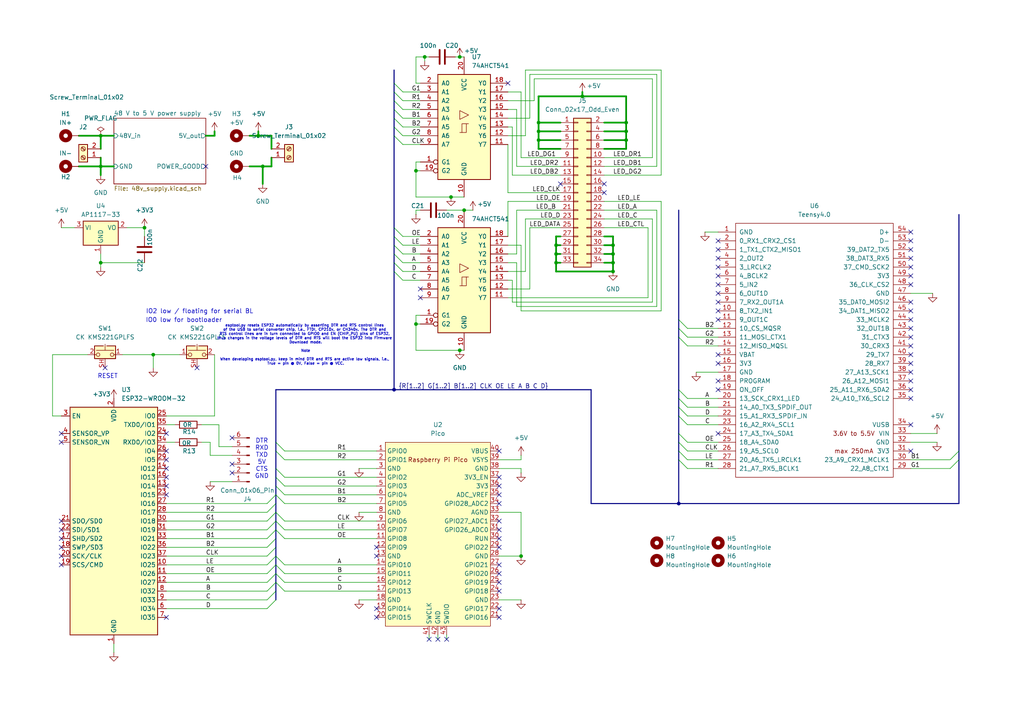
<source format=kicad_sch>
(kicad_sch (version 20231120) (generator "eeschema") (generator_version "8.0")
  (paper "A4")
  (junction (at 196.85 146.05))
  (junction (at 114.3 113.03))
  (junction (at 133.35 16.51))
  (junction (at 156.21 35.56))
  (junction (at 168.91 27.94))
  (junction (at 181.61 35.56))
  (junction (at 120.65 49.53))
  (junction (at 44.45 102.87))
  (junction (at 177.8 73.66))
  (junction (at 76.2 48.26))
  (junction (at 130.81 57.15))
  (junction (at 29.21 76.2))
  (junction (at 74.93 39.37))
  (junction (at 156.21 38.1))
  (junction (at 123.19 16.51))
  (junction (at 161.29 73.66))
  (junction (at 134.62 60.96))
  (junction (at 161.29 76.2))
  (junction (at 29.21 48.26))
  (junction (at 177.8 78.74))
  (junction (at 177.8 76.2))
  (junction (at 41.91 66.04))
  (junction (at 133.35 101.6))
  (junction (at 156.21 40.64))
  (junction (at 120.65 93.98))
  (junction (at 181.61 40.64))
  (junction (at 151.13 161.29))
  (junction (at 177.8 71.12))
  (junction (at 29.21 39.37))
  (junction (at 161.29 71.12))
  (junction (at 181.61 38.1))
  (no_connect (at 144.78 151.13))
  (no_connect (at 264.16 87.63))
  (no_connect (at 264.16 102.87))
  (no_connect (at 175.26 55.88))
  (no_connect (at 264.16 90.17))
  (no_connect (at 144.78 171.45))
  (no_connect (at 109.22 176.53))
  (no_connect (at 144.78 176.53))
  (no_connect (at 17.78 125.73))
  (no_connect (at 264.16 97.79))
  (no_connect (at 144.78 130.81))
  (no_connect (at 67.31 134.62))
  (no_connect (at 264.16 77.47))
  (no_connect (at 264.16 105.41))
  (no_connect (at 208.28 113.03))
  (no_connect (at 17.78 163.83))
  (no_connect (at 67.31 137.16))
  (no_connect (at 121.92 83.82))
  (no_connect (at 121.92 86.36))
  (no_connect (at 59.69 48.26))
  (no_connect (at 144.78 163.83))
  (no_connect (at 48.26 140.97))
  (no_connect (at 48.26 135.89))
  (no_connect (at 48.26 143.51))
  (no_connect (at 208.28 72.39))
  (no_connect (at 264.16 115.57))
  (no_connect (at 264.16 67.31))
  (no_connect (at 144.78 158.75))
  (no_connect (at 57.15 106.68))
  (no_connect (at 17.78 161.29))
  (no_connect (at 30.48 106.68))
  (no_connect (at 264.16 72.39))
  (no_connect (at 144.78 146.05))
  (no_connect (at 109.22 158.75))
  (no_connect (at 48.26 138.43))
  (no_connect (at 208.28 90.17))
  (no_connect (at 208.28 125.73))
  (no_connect (at 144.78 138.43))
  (no_connect (at 48.26 133.35))
  (no_connect (at 264.16 95.25))
  (no_connect (at 208.28 77.47))
  (no_connect (at 162.56 53.34))
  (no_connect (at 48.26 130.81))
  (no_connect (at 48.26 125.73))
  (no_connect (at 144.78 140.97))
  (no_connect (at 208.28 85.09))
  (no_connect (at 264.16 113.03))
  (no_connect (at 208.28 80.01))
  (no_connect (at 264.16 92.71))
  (no_connect (at 264.16 74.93))
  (no_connect (at 264.16 69.85))
  (no_connect (at 67.31 127))
  (no_connect (at 264.16 110.49))
  (no_connect (at 208.28 102.87))
  (no_connect (at 144.78 168.91))
  (no_connect (at 264.16 82.55))
  (no_connect (at 109.22 161.29))
  (no_connect (at 109.22 179.07))
  (no_connect (at 264.16 123.19))
  (no_connect (at 17.78 153.67))
  (no_connect (at 129.54 185.42))
  (no_connect (at 144.78 153.67))
  (no_connect (at 208.28 82.55))
  (no_connect (at 264.16 130.81))
  (no_connect (at 264.16 107.95))
  (no_connect (at 264.16 80.01))
  (no_connect (at 175.26 53.34))
  (no_connect (at 208.28 87.63))
  (no_connect (at 208.28 110.49))
  (no_connect (at 208.28 74.93))
  (no_connect (at 17.78 128.27))
  (no_connect (at 17.78 156.21))
  (no_connect (at 144.78 179.07))
  (no_connect (at 144.78 166.37))
  (no_connect (at 144.78 156.21))
  (no_connect (at 124.46 185.42))
  (no_connect (at 17.78 158.75))
  (no_connect (at 208.28 69.85))
  (no_connect (at 17.78 151.13))
  (no_connect (at 208.28 92.71))
  (no_connect (at 208.28 105.41))
  (no_connect (at 264.16 100.33))
  (no_connect (at 144.78 143.51))
  (no_connect (at 48.26 179.07))
  (no_connect (at 127 185.42))
  (no_connect (at 147.32 24.13))
  (bus_entry (at 80.01 146.05) (size -2.54 2.54))
  (bus_entry (at 114.3 26.67) (size 2.54 2.54))
  (bus_entry (at 80.01 130.81) (size 2.54 2.54))
  (bus_entry (at 196.85 95.25) (size 2.54 2.54))
  (bus_entry (at 114.3 24.13) (size 2.54 2.54))
  (bus_entry (at 278.13 130.81) (size -2.54 2.54))
  (bus_entry (at 114.3 73.66) (size 2.54 2.54))
  (bus_entry (at 196.85 133.35) (size 2.54 2.54))
  (bus_entry (at 114.3 31.75) (size 2.54 2.54))
  (bus_entry (at 114.3 68.58) (size 2.54 2.54))
  (bus_entry (at 196.85 92.71) (size 2.54 2.54))
  (bus_entry (at 80.01 163.83) (size -2.54 2.54))
  (bus_entry (at 80.01 151.13) (size -2.54 2.54))
  (bus_entry (at 80.01 168.91) (size 2.54 2.54))
  (bus_entry (at 196.85 115.57) (size 2.54 2.54))
  (bus_entry (at 80.01 148.59) (size 2.54 2.54))
  (bus_entry (at 196.85 113.03) (size 2.54 2.54))
  (bus_entry (at 196.85 120.65) (size 2.54 2.54))
  (bus_entry (at 196.85 97.79) (size 2.54 2.54))
  (bus_entry (at 196.85 125.73) (size 2.54 2.54))
  (bus_entry (at 80.01 171.45) (size -2.54 2.54))
  (bus_entry (at 114.3 39.37) (size 2.54 2.54))
  (bus_entry (at 196.85 118.11) (size 2.54 2.54))
  (bus_entry (at 114.3 71.12) (size 2.54 2.54))
  (bus_entry (at 80.01 148.59) (size -2.54 2.54))
  (bus_entry (at 114.3 29.21) (size 2.54 2.54))
  (bus_entry (at 114.3 34.29) (size 2.54 2.54))
  (bus_entry (at 80.01 128.27) (size 2.54 2.54))
  (bus_entry (at 114.3 78.74) (size 2.54 2.54))
  (bus_entry (at 80.01 163.83) (size 2.54 2.54))
  (bus_entry (at 80.01 161.29) (size 2.54 2.54))
  (bus_entry (at 80.01 153.67) (size -2.54 2.54))
  (bus_entry (at 80.01 166.37) (size 2.54 2.54))
  (bus_entry (at 80.01 168.91) (size -2.54 2.54))
  (bus_entry (at 80.01 158.75) (size -2.54 2.54))
  (bus_entry (at 278.13 133.35) (size -2.54 2.54))
  (bus_entry (at 80.01 143.51) (size 2.54 2.54))
  (bus_entry (at 80.01 153.67) (size 2.54 2.54))
  (bus_entry (at 114.3 66.04) (size 2.54 2.54))
  (bus_entry (at 196.85 130.81) (size 2.54 2.54))
  (bus_entry (at 80.01 138.43) (size 2.54 2.54))
  (bus_entry (at 80.01 135.89) (size 2.54 2.54))
  (bus_entry (at 114.3 36.83) (size 2.54 2.54))
  (bus_entry (at 80.01 156.21) (size -2.54 2.54))
  (bus_entry (at 114.3 76.2) (size 2.54 2.54))
  (bus_entry (at 80.01 151.13) (size 2.54 2.54))
  (bus_entry (at 80.01 161.29) (size -2.54 2.54))
  (bus_entry (at 80.01 173.99) (size -2.54 2.54))
  (bus_entry (at 80.01 166.37) (size -2.54 2.54))
  (bus_entry (at 80.01 143.51) (size -2.54 2.54))
  (bus_entry (at 80.01 140.97) (size 2.54 2.54))
  (bus_entry (at 196.85 128.27) (size 2.54 2.54))
  (wire (pts (xy 144.78 148.59) (xy 151.13 148.59)))
  (wire (pts (xy 154.94 22.86) (xy 189.23 22.86)))
  (bus (pts (xy 80.01 146.05) (xy 80.01 148.59)))
  (wire (pts (xy 48.26 148.59) (xy 77.47 148.59)))
  (bus (pts (xy 114.3 29.21) (xy 114.3 31.75)))
  (wire (pts (xy 168.91 26.67) (xy 168.91 27.94)) (stroke (width 0.5)))
  (bus (pts (xy 114.3 66.04) (xy 114.3 68.58)))
  (wire (pts (xy 29.21 45.72) (xy 29.21 48.26)) (stroke (width 0.5)))
  (bus (pts (xy 196.85 130.81) (xy 196.85 133.35)))
  (wire (pts (xy 127 184.15) (xy 127 185.42)))
  (wire (pts (xy 121.92 91.44) (xy 120.65 91.44)))
  (wire (pts (xy 264.16 85.09) (xy 270.51 85.09)))
  (wire (pts (xy 121.92 24.13) (xy 120.65 24.13)))
  (bus (pts (xy 196.85 120.65) (xy 196.85 125.73)))
  (wire (pts (xy 120.65 60.96) (xy 120.65 62.23)))
  (wire (pts (xy 147.32 29.21) (xy 154.94 29.21)))
  (wire (pts (xy 152.4 63.5) (xy 162.56 63.5)))
  (wire (pts (xy 147.32 55.88) (xy 162.56 55.88)))
  (wire (pts (xy 151.13 135.89) (xy 151.13 137.16)))
  (wire (pts (xy 120.65 46.99) (xy 120.65 49.53)))
  (bus (pts (xy 80.01 138.43) (xy 80.01 140.97)))
  (wire (pts (xy 116.84 76.2) (xy 121.92 76.2)))
  (bus (pts (xy 114.3 113.03) (xy 80.01 113.03)))
  (wire (pts (xy 48.26 151.13) (xy 77.47 151.13)))
  (bus (pts (xy 196.85 92.71) (xy 196.85 95.25)))
  (wire (pts (xy 78.74 45.72) (xy 78.74 48.26)) (stroke (width 0.5)))
  (wire (pts (xy 156.21 27.94) (xy 168.91 27.94)) (stroke (width 0.5)))
  (wire (pts (xy 161.29 78.74) (xy 177.8 78.74)) (stroke (width 0.5)))
  (wire (pts (xy 82.55 163.83) (xy 109.22 163.83)))
  (wire (pts (xy 149.86 31.75) (xy 149.86 48.26)))
  (wire (pts (xy 154.94 29.21) (xy 154.94 22.86)))
  (wire (pts (xy 161.29 76.2) (xy 162.56 76.2)) (stroke (width 0.5)))
  (wire (pts (xy 82.55 140.97) (xy 109.22 140.97)))
  (wire (pts (xy 204.47 67.31) (xy 208.28 67.31)))
  (wire (pts (xy 199.39 123.19) (xy 208.28 123.19)))
  (wire (pts (xy 152.4 20.32) (xy 191.77 20.32)))
  (wire (pts (xy 48.26 146.05) (xy 77.47 146.05)))
  (wire (pts (xy 264.16 128.27) (xy 271.78 128.27)))
  (wire (pts (xy 25.4 102.87) (xy 15.24 102.87)))
  (wire (pts (xy 156.21 43.18) (xy 162.56 43.18)) (stroke (width 0.5)))
  (wire (pts (xy 116.84 41.91) (xy 121.92 41.91)))
  (wire (pts (xy 74.93 38.1) (xy 74.93 39.37)) (stroke (width 0.5)))
  (wire (pts (xy 201.93 107.95) (xy 208.28 107.95)))
  (wire (pts (xy 123.19 17.78) (xy 123.19 16.51)))
  (wire (pts (xy 116.84 36.83) (xy 121.92 36.83)))
  (wire (pts (xy 161.29 68.58) (xy 161.29 71.12)) (stroke (width 0.5)))
  (wire (pts (xy 147.32 39.37) (xy 152.4 39.37)))
  (wire (pts (xy 153.67 83.82) (xy 153.67 66.04)))
  (wire (pts (xy 147.32 36.83) (xy 148.59 36.83)))
  (bus (pts (xy 196.85 125.73) (xy 196.85 128.27)))
  (wire (pts (xy 48.26 120.65) (xy 62.23 120.65)))
  (wire (pts (xy 175.26 38.1) (xy 181.61 38.1)) (stroke (width 0.5)))
  (wire (pts (xy 82.55 153.67) (xy 109.22 153.67)))
  (wire (pts (xy 175.26 68.58) (xy 177.8 68.58)) (stroke (width 0.5)))
  (bus (pts (xy 114.3 31.75) (xy 114.3 34.29)))
  (wire (pts (xy 175.26 43.18) (xy 181.61 43.18)) (stroke (width 0.5)))
  (wire (pts (xy 120.65 93.98) (xy 120.65 101.6)))
  (bus (pts (xy 114.3 73.66) (xy 114.3 76.2)))
  (bus (pts (xy 171.45 146.05) (xy 196.85 146.05)))
  (wire (pts (xy 147.32 31.75) (xy 149.86 31.75)))
  (bus (pts (xy 80.01 130.81) (xy 80.01 135.89)))
  (wire (pts (xy 199.39 115.57) (xy 208.28 115.57)))
  (wire (pts (xy 48.26 163.83) (xy 77.47 163.83)))
  (wire (pts (xy 190.5 21.59) (xy 190.5 48.26)))
  (wire (pts (xy 181.61 27.94) (xy 181.61 35.56)) (stroke (width 0.5)))
  (wire (pts (xy 78.74 48.26) (xy 76.2 48.26)) (stroke (width 0.5)))
  (wire (pts (xy 149.86 48.26) (xy 162.56 48.26)))
  (wire (pts (xy 72.39 48.26) (xy 76.2 48.26)) (stroke (width 0.5)))
  (bus (pts (xy 196.85 60.96) (xy 196.85 92.71)))
  (wire (pts (xy 58.42 128.27) (xy 60.96 128.27)))
  (wire (pts (xy 41.91 66.04) (xy 41.91 68.58)))
  (wire (pts (xy 189.23 22.86) (xy 189.23 45.72)))
  (wire (pts (xy 21.59 66.04) (xy 17.78 66.04)))
  (wire (pts (xy 148.59 81.28) (xy 148.59 87.63)))
  (wire (pts (xy 151.13 148.59) (xy 151.13 161.29)))
  (wire (pts (xy 116.84 39.37) (xy 121.92 39.37)))
  (wire (pts (xy 175.26 66.04) (xy 187.96 66.04)))
  (bus (pts (xy 114.3 113.03) (xy 171.45 113.03)))
  (wire (pts (xy 48.26 153.67) (xy 77.47 153.67)))
  (wire (pts (xy 199.39 133.35) (xy 208.28 133.35)))
  (wire (pts (xy 82.55 168.91) (xy 109.22 168.91)))
  (wire (pts (xy 147.32 86.36) (xy 187.96 86.36)))
  (bus (pts (xy 196.85 115.57) (xy 196.85 118.11)))
  (bus (pts (xy 80.01 135.89) (xy 80.01 138.43)))
  (wire (pts (xy 149.86 60.96) (xy 162.56 60.96)))
  (wire (pts (xy 181.61 40.64) (xy 181.61 43.18)) (stroke (width 0.5)))
  (wire (pts (xy 120.65 16.51) (xy 123.19 16.51)))
  (wire (pts (xy 199.39 118.11) (xy 208.28 118.11)))
  (wire (pts (xy 134.62 60.96) (xy 137.16 60.96)))
  (wire (pts (xy 264.16 125.73) (xy 271.78 125.73)))
  (wire (pts (xy 33.02 186.69) (xy 33.02 189.23)))
  (bus (pts (xy 80.01 153.67) (xy 80.01 156.21)))
  (wire (pts (xy 175.26 76.2) (xy 177.8 76.2)) (stroke (width 0.5)))
  (wire (pts (xy 120.65 91.44) (xy 120.65 93.98)))
  (bus (pts (xy 114.3 26.67) (xy 114.3 29.21)))
  (wire (pts (xy 120.65 57.15) (xy 130.81 57.15)))
  (wire (pts (xy 156.21 27.94) (xy 156.21 35.56)) (stroke (width 0.5)))
  (wire (pts (xy 124.46 184.15) (xy 124.46 185.42)))
  (wire (pts (xy 63.5 123.19) (xy 63.5 129.54)))
  (bus (pts (xy 80.01 151.13) (xy 80.01 153.67)))
  (wire (pts (xy 129.54 184.15) (xy 129.54 185.42)))
  (wire (pts (xy 147.32 73.66) (xy 149.86 73.66)))
  (wire (pts (xy 151.13 133.35) (xy 151.13 132.08)))
  (wire (pts (xy 104.14 173.99) (xy 109.22 173.99)))
  (bus (pts (xy 114.3 34.29) (xy 114.3 36.83)))
  (wire (pts (xy 264.16 135.89) (xy 275.59 135.89)))
  (wire (pts (xy 41.91 76.2) (xy 29.21 76.2)))
  (wire (pts (xy 130.81 57.15) (xy 134.62 57.15)))
  (wire (pts (xy 82.55 171.45) (xy 109.22 171.45)))
  (bus (pts (xy 80.01 168.91) (xy 80.01 171.45)))
  (wire (pts (xy 175.26 48.26) (xy 190.5 48.26)))
  (wire (pts (xy 22.86 39.37) (xy 29.21 39.37)) (stroke (width 0.5)))
  (bus (pts (xy 114.3 24.13) (xy 114.3 26.67)))
  (wire (pts (xy 120.65 93.98) (xy 121.92 93.98)))
  (wire (pts (xy 148.59 36.83) (xy 148.59 50.8)))
  (wire (pts (xy 149.86 88.9) (xy 190.5 88.9)))
  (wire (pts (xy 153.67 66.04) (xy 162.56 66.04)))
  (wire (pts (xy 22.86 48.26) (xy 29.21 48.26)) (stroke (width 0.5)))
  (wire (pts (xy 149.86 76.2) (xy 149.86 88.9)))
  (wire (pts (xy 162.56 68.58) (xy 161.29 68.58)) (stroke (width 0.5)))
  (wire (pts (xy 48.26 158.75) (xy 77.47 158.75)))
  (wire (pts (xy 104.14 135.89) (xy 109.22 135.89)))
  (wire (pts (xy 199.39 97.79) (xy 208.28 97.79)))
  (wire (pts (xy 151.13 90.17) (xy 191.77 90.17)))
  (bus (pts (xy 196.85 128.27) (xy 196.85 130.81)))
  (wire (pts (xy 156.21 40.64) (xy 156.21 43.18)) (stroke (width 0.5)))
  (wire (pts (xy 151.13 26.67) (xy 151.13 45.72)))
  (wire (pts (xy 144.78 135.89) (xy 151.13 135.89)))
  (wire (pts (xy 44.45 102.87) (xy 44.45 106.68)))
  (bus (pts (xy 278.13 130.81) (xy 278.13 133.35)))
  (bus (pts (xy 196.85 133.35) (xy 196.85 146.05)))
  (wire (pts (xy 48.26 176.53) (xy 77.47 176.53)))
  (wire (pts (xy 177.8 76.2) (xy 177.8 78.74)) (stroke (width 0.5)))
  (wire (pts (xy 156.21 35.56) (xy 162.56 35.56)) (stroke (width 0.5)))
  (bus (pts (xy 80.01 156.21) (xy 80.01 158.75)))
  (wire (pts (xy 149.86 73.66) (xy 149.86 60.96)))
  (bus (pts (xy 114.3 71.12) (xy 114.3 73.66)))
  (wire (pts (xy 82.55 133.35) (xy 109.22 133.35)))
  (wire (pts (xy 189.23 87.63) (xy 189.23 63.5)))
  (wire (pts (xy 29.21 48.26) (xy 29.21 50.8)) (stroke (width 0.5)))
  (wire (pts (xy 147.32 34.29) (xy 153.67 34.29)))
  (wire (pts (xy 60.96 128.27) (xy 60.96 132.08)))
  (wire (pts (xy 181.61 35.56) (xy 181.61 38.1)) (stroke (width 0.5)))
  (wire (pts (xy 58.42 123.19) (xy 63.5 123.19)))
  (wire (pts (xy 60.96 139.7) (xy 67.31 139.7)))
  (wire (pts (xy 78.74 43.18) (xy 78.74 39.37)) (stroke (width 0.5)))
  (wire (pts (xy 133.35 101.6) (xy 134.62 101.6)))
  (wire (pts (xy 15.24 102.87) (xy 15.24 120.65)))
  (wire (pts (xy 123.19 16.51) (xy 124.46 16.51)))
  (wire (pts (xy 181.61 38.1) (xy 181.61 40.64)) (stroke (width 0.5)))
  (bus (pts (xy 80.01 128.27) (xy 80.01 130.81)))
  (wire (pts (xy 116.84 34.29) (xy 121.92 34.29)))
  (bus (pts (xy 196.85 118.11) (xy 196.85 120.65)))
  (bus (pts (xy 80.01 143.51) (xy 80.01 146.05)))
  (wire (pts (xy 156.21 40.64) (xy 162.56 40.64)) (stroke (width 0.5)))
  (wire (pts (xy 116.84 71.12) (xy 121.92 71.12)))
  (wire (pts (xy 147.32 81.28) (xy 148.59 81.28)))
  (wire (pts (xy 199.39 95.25) (xy 208.28 95.25)))
  (wire (pts (xy 199.39 135.89) (xy 208.28 135.89)))
  (wire (pts (xy 62.23 39.37) (xy 62.23 38.1)) (stroke (width 0.5)))
  (wire (pts (xy 168.91 27.94) (xy 181.61 27.94)) (stroke (width 0.5)))
  (wire (pts (xy 156.21 35.56) (xy 156.21 38.1)) (stroke (width 0.5)))
  (wire (pts (xy 147.32 68.58) (xy 147.32 58.42)))
  (wire (pts (xy 144.78 133.35) (xy 151.13 133.35)))
  (wire (pts (xy 82.55 156.21) (xy 109.22 156.21)))
  (wire (pts (xy 161.29 73.66) (xy 162.56 73.66)) (stroke (width 0.5)))
  (wire (pts (xy 151.13 71.12) (xy 151.13 90.17)))
  (wire (pts (xy 175.26 63.5) (xy 189.23 63.5)))
  (wire (pts (xy 44.45 102.87) (xy 52.07 102.87)))
  (wire (pts (xy 133.35 16.51) (xy 134.62 16.51)))
  (bus (pts (xy 80.01 171.45) (xy 80.01 173.99)))
  (bus (pts (xy 196.85 97.79) (xy 196.85 113.03)))
  (wire (pts (xy 48.26 161.29) (xy 77.47 161.29)))
  (bus (pts (xy 278.13 62.23) (xy 278.13 130.81)))
  (wire (pts (xy 82.55 151.13) (xy 109.22 151.13)))
  (wire (pts (xy 175.26 73.66) (xy 177.8 73.66)) (stroke (width 0.5)))
  (wire (pts (xy 147.32 78.74) (xy 152.4 78.74)))
  (wire (pts (xy 153.67 34.29) (xy 153.67 21.59)))
  (bus (pts (xy 80.01 166.37) (xy 80.01 168.91)))
  (wire (pts (xy 63.5 129.54) (xy 67.31 129.54)))
  (wire (pts (xy 76.2 48.26) (xy 76.2 53.34)) (stroke (width 0.5)))
  (wire (pts (xy 147.32 26.67) (xy 151.13 26.67)))
  (wire (pts (xy 175.26 60.96) (xy 190.5 60.96)))
  (wire (pts (xy 82.55 138.43) (xy 109.22 138.43)))
  (bus (pts (xy 114.3 20.32) (xy 114.3 24.13)))
  (wire (pts (xy 175.26 71.12) (xy 177.8 71.12)) (stroke (width 0.5)))
  (wire (pts (xy 161.29 71.12) (xy 162.56 71.12)) (stroke (width 0.5)))
  (wire (pts (xy 82.55 130.81) (xy 109.22 130.81)))
  (wire (pts (xy 147.32 76.2) (xy 149.86 76.2)))
  (wire (pts (xy 121.92 46.99) (xy 120.65 46.99)))
  (wire (pts (xy 36.83 66.04) (xy 41.91 66.04)))
  (wire (pts (xy 62.23 120.65) (xy 62.23 102.87)))
  (bus (pts (xy 114.3 68.58) (xy 114.3 71.12)))
  (wire (pts (xy 199.39 100.33) (xy 208.28 100.33)))
  (wire (pts (xy 199.39 128.27) (xy 208.28 128.27)))
  (bus (pts (xy 114.3 39.37) (xy 114.3 66.04)))
  (wire (pts (xy 161.29 71.12) (xy 161.29 73.66)) (stroke (width 0.5)))
  (wire (pts (xy 35.56 102.87) (xy 44.45 102.87)))
  (wire (pts (xy 161.29 76.2) (xy 161.29 78.74)) (stroke (width 0.5)))
  (wire (pts (xy 175.26 40.64) (xy 181.61 40.64)) (stroke (width 0.5)))
  (wire (pts (xy 48.26 166.37) (xy 77.47 166.37)))
  (wire (pts (xy 120.65 24.13) (xy 120.65 16.51)))
  (wire (pts (xy 199.39 130.81) (xy 208.28 130.81)))
  (wire (pts (xy 161.29 73.66) (xy 161.29 76.2)) (stroke (width 0.5)))
  (wire (pts (xy 72.39 39.37) (xy 74.93 39.37)) (stroke (width 0.5)))
  (wire (pts (xy 147.32 83.82) (xy 153.67 83.82)))
  (wire (pts (xy 156.21 38.1) (xy 162.56 38.1)) (stroke (width 0.5)))
  (wire (pts (xy 199.39 120.65) (xy 208.28 120.65)))
  (wire (pts (xy 148.59 87.63) (xy 189.23 87.63)))
  (wire (pts (xy 120.65 101.6) (xy 133.35 101.6)))
  (wire (pts (xy 175.26 35.56) (xy 181.61 35.56)) (stroke (width 0.5)))
  (wire (pts (xy 191.77 20.32) (xy 191.77 50.8)))
  (wire (pts (xy 175.26 58.42) (xy 191.77 58.42)))
  (wire (pts (xy 29.21 76.2) (xy 29.21 77.47)))
  (wire (pts (xy 82.55 166.37) (xy 109.22 166.37)))
  (bus (pts (xy 80.01 113.03) (xy 80.01 128.27)))
  (wire (pts (xy 175.26 45.72) (xy 189.23 45.72)))
  (wire (pts (xy 116.84 78.74) (xy 121.92 78.74)))
  (wire (pts (xy 48.26 128.27) (xy 50.8 128.27)))
  (wire (pts (xy 60.96 132.08) (xy 67.31 132.08)))
  (wire (pts (xy 116.84 31.75) (xy 121.92 31.75)))
  (wire (pts (xy 144.78 161.29) (xy 151.13 161.29)))
  (wire (pts (xy 129.54 60.96) (xy 134.62 60.96)))
  (wire (pts (xy 177.8 71.12) (xy 177.8 73.66)) (stroke (width 0.5)))
  (wire (pts (xy 116.84 81.28) (xy 121.92 81.28)))
  (wire (pts (xy 152.4 78.74) (xy 152.4 63.5)))
  (wire (pts (xy 175.26 50.8) (xy 191.77 50.8)))
  (wire (pts (xy 190.5 88.9) (xy 190.5 60.96)))
  (bus (pts (xy 80.01 163.83) (xy 80.01 166.37)))
  (wire (pts (xy 59.69 39.37) (xy 62.23 39.37)) (stroke (width 0.5)))
  (wire (pts (xy 116.84 26.67) (xy 121.92 26.67)))
  (wire (pts (xy 74.93 39.37) (xy 78.74 39.37)) (stroke (width 0.5)))
  (wire (pts (xy 177.8 68.58) (xy 177.8 71.12)) (stroke (width 0.5)))
  (wire (pts (xy 144.78 173.99) (xy 151.13 173.99)))
  (wire (pts (xy 264.16 133.35) (xy 275.59 133.35)))
  (bus (pts (xy 114.3 76.2) (xy 114.3 78.74)))
  (bus (pts (xy 114.3 36.83) (xy 114.3 39.37)))
  (wire (pts (xy 152.4 39.37) (xy 152.4 20.32)))
  (bus (pts (xy 196.85 113.03) (xy 196.85 115.57)))
  (wire (pts (xy 29.21 48.26) (xy 33.02 48.26)) (stroke (width 0.5)))
  (bus (pts (xy 80.01 148.59) (xy 80.01 151.13)))
  (wire (pts (xy 29.21 76.2) (xy 29.21 73.66)))
  (wire (pts (xy 156.21 38.1) (xy 156.21 40.64)) (stroke (width 0.5)))
  (bus (pts (xy 196.85 146.05) (xy 278.13 146.05)))
  (wire (pts (xy 153.67 21.59) (xy 190.5 21.59)))
  (bus (pts (xy 80.01 158.75) (xy 80.01 161.29)))
  (wire (pts (xy 147.32 55.88) (xy 147.32 41.91)))
  (bus (pts (xy 114.3 78.74) (xy 114.3 113.03)))
  (wire (pts (xy 177.8 73.66) (xy 177.8 76.2)) (stroke (width 0.5)))
  (wire (pts (xy 148.59 50.8) (xy 162.56 50.8)))
  (wire (pts (xy 147.32 58.42) (xy 162.56 58.42)))
  (wire (pts (xy 151.13 45.72) (xy 162.56 45.72)))
  (wire (pts (xy 29.21 39.37) (xy 29.21 43.18)) (stroke (width 0.5)))
  (wire (pts (xy 187.96 86.36) (xy 187.96 66.04)))
  (wire (pts (xy 48.26 173.99) (xy 77.47 173.99)))
  (wire (pts (xy 48.26 168.91) (xy 77.47 168.91)))
  (bus (pts (xy 171.45 113.03) (xy 171.45 146.05)))
  (wire (pts (xy 104.14 148.59) (xy 109.22 148.59)))
  (wire (pts (xy 116.84 29.21) (xy 121.92 29.21)))
  (bus (pts (xy 80.01 140.97) (xy 80.01 143.51)))
  (wire (pts (xy 147.32 71.12) (xy 151.13 71.12)))
  (wire (pts (xy 48.26 156.21) (xy 77.47 156.21)))
  (wire (pts (xy 82.55 143.51) (xy 109.22 143.51)))
  (bus (pts (xy 278.13 133.35) (xy 278.13 146.05)))
  (wire (pts (xy 191.77 90.17) (xy 191.77 58.42)))
  (wire (pts (xy 116.84 73.66) (xy 121.92 73.66)))
  (wire (pts (xy 121.92 60.96) (xy 120.65 60.96)))
  (bus (pts (xy 196.85 95.25) (xy 196.85 97.79)))
  (wire (pts (xy 48.26 123.19) (xy 50.8 123.19)))
  (wire (pts (xy 29.21 39.37) (xy 33.02 39.37)) (stroke (width 0.5)))
  (wire (pts (xy 48.26 171.45) (xy 77.47 171.45)))
  (wire (pts (xy 15.24 120.65) (xy 17.78 120.65)))
  (wire (pts (xy 120.65 49.53) (xy 120.65 57.15)))
  (bus (pts (xy 80.01 161.29) (xy 80.01 163.83)))
  (wire (pts (xy 116.84 68.58) (xy 121.92 68.58)))
  (wire (pts (xy 132.08 16.51) (xy 133.35 16.51)))
  (wire (pts (xy 82.55 146.05) (xy 109.22 146.05)))
  (wire (pts (xy 120.65 49.53) (xy 121.92 49.53)))
  (text "DTR\nRXD\nTXD\n5V\nCTS\nGND" (at 75.946 133.096 0) (effects (font (size 1.27 1.27))))
  (text "IO0 low for bootloader" (at 53.34 92.964 0) (effects (font (size 1.27 1.27))))
  (text "IO2 low / floating for serial BL\n" (at 57.912 90.424 0) (effects (font (size 1.27 1.27))))
  (text "esptool.py resets ESP32 automatically by asserting DTR and RTS control lines \nof the USB to serial converter chip, i.e., FTDI, CP210x, or CH340x. The DTR and \nRTS control lines are in turn connected to GPIO0 and EN (CHIP_PU) pins of ESP32, \nthus changes in the voltage levels of DTR and RTS will boot the ESP32 into Firmware \nDownload mode.\n\nNote\n\nWhen developing esptool.py, keep in mind DTR and RTS are active low signals, i.e., \nTrue = pin @ 0V, False = pin @ VCC." (at 88.646 100.076 0) (effects (font (size 0.762 0.762))))
  (text "RESET\n" (at 31.242 109.22 0) (effects (font (size 1.27 1.27))))
  (label "B2" (at 119.38 36.83 0))
  (label "D" (at 59.69 176.53 0))
  (label "R1" (at 119.38 29.21 0))
  (label "A" (at 59.69 168.91 0))
  (label "G2" (at 204.47 97.79 0))
  (label "LED_CLK" (at 162.56 55.88 180))
  (label "B2" (at 59.69 158.75 0))
  (label "LED_OE" (at 162.56 58.42 180))
  (label "LED_DB2" (at 153.67 50.8 0))
  (label "B" (at 97.79 166.37 0))
  (label "D" (at 97.79 171.45 0))
  (label "LED_C" (at 179.07 63.5 0))
  (label "LED_DG1" (at 161.29 45.72 180))
  (label "B" (at 204.47 118.11 0))
  (label "A" (at 204.47 115.57 0))
  (label "D" (at 204.47 120.65 0))
  (label "LED_LE" (at 179.07 58.42 0))
  (label "OE" (at 204.47 128.27 0))
  (label "OE" (at 119.38 68.58 0))
  (label "LED_A" (at 179.07 60.96 0))
  (label "CLK" (at 97.79 151.13 0))
  (label "B1" (at 264.16 133.35 0))
  (label "LE" (at 119.38 71.12 0))
  (label "B1" (at 119.38 34.29 0))
  (label "A" (at 119.38 76.2 0))
  (label "LE" (at 59.69 163.83 0))
  (label "LED_DB1" (at 177.8 48.26 0))
  (label "LED_DATA" (at 162.56 66.04 180))
  (label "CLK" (at 59.69 161.29 0))
  (label "G1" (at 97.79 138.43 0))
  (label "R1" (at 97.79 130.81 0))
  (label "CLK" (at 119.38 41.91 0))
  (label "G2" (at 97.79 140.97 0))
  (label "CLK" (at 204.47 130.81 0))
  (label "LED_DR1" (at 177.8 45.72 0))
  (label "B1" (at 59.69 156.21 0))
  (label "G1" (at 59.69 151.13 0))
  (label "R2" (at 97.79 133.35 0))
  (label "G2" (at 119.38 39.37 0))
  (label "R1" (at 204.47 135.89 0))
  (label "OE" (at 97.79 156.21 0))
  (label "C" (at 204.47 123.19 0))
  (label "G2" (at 59.69 153.67 0))
  (label "B1" (at 97.79 143.51 0))
  (label "A" (at 97.79 163.83 0))
  (label "LE" (at 204.47 133.35 0))
  (label "R2" (at 204.47 100.33 0))
  (label "B2" (at 97.79 146.05 0))
  (label "LED_DR2" (at 153.67 48.26 0))
  (label "R1" (at 59.69 146.05 0))
  (label "{R[1..2] G[1..2] B[1..2] CLK OE LE A B C D}" (at 115.57 113.03 0))
  (label "R2" (at 59.69 148.59 0))
  (label "C" (at 59.69 173.99 0))
  (label "G1" (at 264.16 135.89 0))
  (label "C" (at 119.38 81.28 0))
  (label "OE" (at 59.69 166.37 0))
  (label "LED_B" (at 161.29 60.96 180))
  (label "LED_CTL" (at 179.07 66.04 0))
  (label "B" (at 59.69 171.45 0))
  (label "C" (at 97.79 168.91 0))
  (label "B" (at 119.38 73.66 0))
  (label "LE" (at 97.79 153.67 0))
  (label "D" (at 119.38 78.74 0))
  (label "LED_DG2" (at 177.8 50.8 0))
  (label "LED_D" (at 162.56 63.5 180))
  (label "G1" (at 119.38 26.67 0))
  (label "R2" (at 119.38 31.75 0))
  (label "B2" (at 204.47 95.25 0))
  (symbol (lib_id "Mechanical:MountingHole_Pad") (at 20.32 48.26 90) (unit 1) (exclude_from_sim yes) (in_bom no)
    (property "Reference" "H2" (at 19.05 51.308 90))
    (property "Value" "IN-" (at 19.05 44.45 90))
    (property "Footprint" "MountingHole:MountingHole_2.2mm_M2_DIN965_Pad" (effects (hide yes)))
    (property "Description" "Mounting Hole with connection" (effects (hide yes)))
    (property "DK" "-" (effects (hide yes)))
  )
  (symbol (lib_id "Switch:CK_KMS2xxGP") (at 30.48 102.87 0) (mirror y) (unit 1)
    (property "Reference" "SW1" (at 30.48 95.25 0))
    (property "Value" "CK KMS221GPLFS" (at 30.48 97.79 0))
    (property "Footprint" "Button_Switch_SMD:SW_SPST_CK_KMS2xxGP" (effects (hide yes)))
    (property "Datasheet" "https://www.ckswitches.com/media/1482/kms.pdf" (effects (hide yes)))
    (property "Description" "Microminiature SMT Side Actuated, 4.2 x 2.8 x 1.42mm, with pegs, with shield pin" (effects (hide yes)))
    (property "DK" "401-1614-1-ND" (effects (hide yes)))
  )
  (symbol (lib_id "Mechanical:MountingHole_Pad") (at 69.85 48.26 90) (unit 1) (exclude_from_sim yes) (in_bom no)
    (property "Reference" "H4" (at 68.834 51.562 90))
    (property "Value" "GND" (at 68.58 44.45 90))
    (property "Footprint" "MountingHole:MountingHole_2.2mm_M2_DIN965_Pad" (effects (hide yes)))
    (property "Description" "Mounting Hole with connection" (effects (hide yes)))
    (property "DK" "-" (effects (hide yes)))
  )
  (symbol (lib_id "Mechanical:MountingHole_Pad") (at 20.32 39.37 90) (unit 1) (exclude_from_sim yes) (in_bom no)
    (property "Reference" "H1" (at 19.05 33.02 90))
    (property "Value" "IN+" (at 19.05 35.56 90))
    (property "Footprint" "MountingHole:MountingHole_2.2mm_M2_DIN965_Pad" (effects (hide yes)))
    (property "Description" "Mounting Hole with connection" (effects (hide yes)))
    (property "DK" "-" (effects (hide yes)))
  )
  (symbol (lib_id "power:+5V") (at 151.13 132.08 0) (unit 1)
    (property "Reference" "#PWR026" (effects (hide yes)))
    (property "Value" "+5V" (at 151.13 127 0))
    (property "Description" "Power symbol creates a global label with name \"+5V\"" (effects (hide yes)))
  )
  (symbol (lib_id "power:GND") (at 204.47 67.31 0) (unit 1)
    (property "Reference" "#PWR042" (effects (hide yes)))
    (property "Value" "GND" (effects (hide yes)))
    (property "Description" "Power symbol creates a global label with name \"GND\" , ground" (effects (hide yes)))
  )
  (symbol (lib_id "power:GND") (at 123.19 17.78 0) (unit 1)
    (property "Reference" "#PWR025" (effects (hide yes)))
    (property "Value" "GND" (effects (hide yes)))
    (property "Description" "Power symbol creates a global label with name \"GND\" , ground" (effects (hide yes)))
  )
  (symbol (lib_id "power:+5V") (at 168.91 26.67 0) (unit 1)
    (property "Reference" "#PWR023" (effects (hide yes)))
    (property "Value" "+5V" (at 172.212 24.892 0))
    (property "Description" "Power symbol creates a global label with name \"+5V\"" (effects (hide yes)))
  )
  (symbol (lib_id "74xx:74AHCT541") (at 134.62 81.28 0) (unit 1)
    (property "Reference" "U8" (effects (hide yes)))
    (property "Value" "74AHCT541" (at 136.8141 63.5 0) (effects (justify left)))
    (property "Footprint" "Package_SO:SOIC-20W_7.5x12.8mm_P1.27mm" (effects (hide yes)))
    (property "Datasheet" "https://www.ti.com/lit/ds/symlink/sn74ahct541.pdf" (effects (hide yes)))
    (property "Description" "8-bit Buffer/Line Driver 3-state outputs" (effects (hide yes)))
    (property "DK" "296-4754-1-ND" (effects (hide yes)))
  )
  (symbol (lib_id "power:GND") (at 133.35 101.6 0) (unit 1)
    (property "Reference" "#PWR021" (effects (hide yes)))
    (property "Value" "GND" (at 133.35 106.68 0))
    (property "Description" "Power symbol creates a global label with name \"GND\" , ground" (effects (hide yes)))
  )
  (symbol (lib_id "Mechanical:MountingHole_Pad") (at 69.85 39.37 90) (unit 1) (exclude_from_sim yes) (in_bom no)
    (property "Reference" "H3" (at 68.58 33.02 90))
    (property "Value" "+5V" (at 68.58 35.56 90))
    (property "Footprint" "MountingHole:MountingHole_2.2mm_M2_DIN965_Pad" (effects (hide yes)))
    (property "Description" "Mounting Hole with connection" (effects (hide yes)))
    (property "DK" "-" (effects (hide yes)))
  )
  (symbol (lib_id "Regulator_Linear:AP1117-50") (at 29.21 66.04 0) (unit 1)
    (property "Reference" "U4" (at 29.21 59.69 0))
    (property "Value" "AP1117-33" (at 29.21 62.23 0))
    (property "Footprint" "Package_TO_SOT_SMD:SOT-223-3_TabPin2" (effects (hide yes)))
    (property "Datasheet" "http://www.diodes.com/datasheets/AP1117.pdf" (effects (hide yes)))
    (property "Description" "1A Low Dropout regulator, positive, 5.0V fixed output, SOT-223" (effects (hide yes)))
    (property "DK" "AZ1117CH-3.3TRG1DICT-ND" (effects (hide yes)))
  )
  (symbol (lib_id "power:GND") (at 76.2 53.34 0) (unit 1)
    (property "Reference" "#PWR017" (effects (hide yes)))
    (property "Value" "GND" (at 76.2 58.42 0))
    (property "Description" "Power symbol creates a global label with name \"GND\" , ground" (effects (hide yes)))
  )
  (symbol (lib_id "Switch:CK_KMS2xxGP") (at 57.15 102.87 0) (unit 1)
    (property "Reference" "SW2" (at 57.15 95.25 0))
    (property "Value" "CK KMS221GPLFS" (at 57.15 97.79 0))
    (property "Footprint" "Button_Switch_SMD:SW_SPST_CK_KMS2xxGP" (effects (hide yes)))
    (property "Datasheet" "https://www.ckswitches.com/media/1482/kms.pdf" (effects (hide yes)))
    (property "Description" "Microminiature SMT Side Actuated, 4.2 x 2.8 x 1.42mm, with pegs, with shield pin" (effects (hide yes)))
    (property "DK" "401-1614-1-ND" (effects (hide yes)))
  )
  (symbol (lib_id "power:+5V") (at 271.78 125.73 0) (unit 1)
    (property "Reference" "#PWR038" (effects (hide yes)))
    (property "Value" "+5V" (at 271.78 120.65 0))
    (property "Description" "Power symbol creates a global label with name \"+5V\"" (effects (hide yes)))
  )
  (symbol (lib_id "power:+5V") (at 62.23 38.1 0) (unit 1)
    (property "Reference" "#PWR018" (effects (hide yes)))
    (property "Value" "+5V" (at 62.23 33.02 0))
    (property "Description" "Power symbol creates a global label with name \"+5V\"" (effects (hide yes)))
  )
  (symbol (lib_id "Connector:Screw_Terminal_01x02") (at 24.13 45.72 180) (unit 1)
    (property "Reference" "J2" (at 24.13 36.83 0))
    (property "Value" "Screw_Terminal_01x02" (at 25.146 28.194 0))
    (property "Footprint" "Connector_Samtec_HPM_THT:Samtec_HPM-02-01-x-S_Straight_1x02_Pitch5.08mm" (effects (hide yes)))
    (property "Description" "Generic screw terminal, single row, 01x02, script generated (kicad-library-utils/schlib/autogen/connector/)" (effects (hide yes)))
    (property "DK" "-" (effects (hide yes)))
  )
  (symbol (lib_id "power:GND") (at 60.96 139.7 0) (unit 1)
    (property "Reference" "#PWR044" (effects (hide yes)))
    (property "Value" "GND" (effects (hide yes)))
    (property "Description" "Power symbol creates a global label with name \"GND\" , ground" (effects (hide yes)))
  )
  (symbol (lib_id "Connector_Generic:Conn_02x17_Odd_Even") (at 167.64 55.88 0) (unit 1)
    (property "Reference" "J5" (at 168.91 29.21 0))
    (property "Value" "Conn_02x17_Odd_Even" (at 168.91 31.75 0))
    (property "Footprint" "Connector_PinSocket_2.54mm:PinSocket_2x17_P2.54mm_Vertical" (effects (hide yes)))
    (property "Description" "Generic connector, double row, 02x17, odd/even pin numbering scheme (row 1 odd numbers, row 2 even numbers), script generated (kicad-library-utils/schlib/autogen/connector/)" (effects (hide yes)))
    (property "DK" "-" (effects (hide yes)))
  )
  (symbol (lib_id "power:GND") (at 29.21 50.8 0) (unit 1)
    (property "Reference" "#PWR016" (effects (hide yes)))
    (property "Value" "GND" (at 29.21 55.88 0))
    (property "Description" "Power symbol creates a global label with name \"GND\" , ground" (effects (hide yes)))
  )
  (symbol (lib_id "power:GND") (at 44.45 106.68 0) (unit 1)
    (property "Reference" "#PWR043" (effects (hide yes)))
    (property "Value" "GND" (effects (hide yes)))
    (property "Description" "Power symbol creates a global label with name \"GND\" , ground" (effects (hide yes)))
  )
  (symbol (lib_id "power:PWR_FLAG") (at 29.21 39.37 0) (unit 1)
    (property "Reference" "#FLG02" (effects (hide yes)))
    (property "Value" "PWR_FLAG" (at 29.21 34.29 0))
    (property "Description" "Special symbol for telling ERC where power comes from" (effects (hide yes)))
  )
  (symbol (lib_id "power:+5V") (at 17.78 66.04 0) (unit 1)
    (property "Reference" "#PWR027" (effects (hide yes)))
    (property "Value" "+5V" (at 17.78 60.96 0))
    (property "Description" "Power symbol creates a global label with name \"+5V\"" (effects (hide yes)))
  )
  (symbol (lib_id "Connector:Screw_Terminal_01x02") (at 83.82 45.72 0) (mirror x) (unit 1)
    (property "Reference" "J3" (at 83.82 36.83 0))
    (property "Value" "Screw_Terminal_01x02" (at 83.82 39.37 0))
    (property "Footprint" "Connector_Samtec_HPM_THT:Samtec_HPM-02-01-x-S_Straight_1x02_Pitch5.08mm" (effects (hide yes)))
    (property "Description" "Generic screw terminal, single row, 01x02, script generated (kicad-library-utils/schlib/autogen/connector/)" (effects (hide yes)))
    (property "DK" "-" (effects (hide yes)))
  )
  (symbol (lib_id "MCU_RaspberryPi_and_Boards:Pico") (at 127 154.94 0) (unit 1)
    (property "Reference" "U2" (at 127 123.19 0))
    (property "Value" "Pico" (at 127 125.73 0))
    (property "Footprint" "MCU_RaspberryPi_and_Boards:RPi_Pico_SMD_TH" (effects (hide yes)))
    (property "DK" "2648-SC0917-ND" (effects (hide yes)))
  )
  (symbol (lib_id "Mechanical:MountingHole") (at 208.28 162.56 0) (unit 1) (exclude_from_sim yes) (in_bom no)
    (property "Reference" "H6" (at 210.82 161.2899 0) (effects (justify left)))
    (property "Value" "MountingHole" (at 210.82 163.8299 0) (effects (justify left)))
    (property "Footprint" "MountingHole:MountingHole_3.2mm_M3" (effects (hide yes)))
    (property "Description" "Mounting Hole without connection" (effects (hide yes)))
    (property "DK" "-" (effects (hide yes)))
  )
  (symbol (lib_id "power:GND") (at 177.8 78.74 0) (unit 1)
    (property "Reference" "#PWR024" (effects (hide yes)))
    (property "Value" "GND" (at 177.8 83.82 0))
    (property "Description" "Power symbol creates a global label with name \"GND\" , ground" (effects (hide yes)))
  )
  (symbol (lib_id "power:GND") (at 104.14 135.89 0) (unit 1)
    (property "Reference" "#PWR034" (effects (hide yes)))
    (property "Value" "GND" (effects (hide yes)))
    (property "Description" "Power symbol creates a global label with name \"GND\" , ground" (effects (hide yes)))
  )
  (symbol (lib_id "Device:C") (at 128.27 16.51 90) (unit 1)
    (property "Reference" "C20" (at 131.064 13.208 90))
    (property "Value" "100n" (at 124.206 13.208 90))
    (property "Footprint" "Capacitor_SMD:C_0603_1608Metric" (effects (hide yes)))
    (property "Description" "Unpolarized capacitor" (effects (hide yes)))
    (property "DK" "1276-1006-1-ND" (effects (hide yes)))
  )
  (symbol (lib_id "power:GND") (at 201.93 107.95 0) (unit 1)
    (property "Reference" "#PWR040" (effects (hide yes)))
    (property "Value" "GND" (effects (hide yes)))
    (property "Description" "Power symbol creates a global label with name \"GND\" , ground" (effects (hide yes)))
  )
  (symbol (lib_id "power:GND") (at 270.51 85.09 0) (unit 1)
    (property "Reference" "#PWR041" (effects (hide yes)))
    (property "Value" "GND" (effects (hide yes)))
    (property "Description" "Power symbol creates a global label with name \"GND\" , ground" (effects (hide yes)))
  )
  (symbol (lib_id "power:GND") (at 120.65 62.23 0) (unit 1)
    (property "Reference" "#PWR022" (effects (hide yes)))
    (property "Value" "GND" (effects (hide yes)))
    (property "Description" "Power symbol creates a global label with name \"GND\" , ground" (effects (hide yes)))
  )
  (symbol (lib_id "power:GND") (at 151.13 161.29 0) (unit 1)
    (property "Reference" "#PWR037" (effects (hide yes)))
    (property "Value" "GND" (effects (hide yes)))
    (property "Description" "Power symbol creates a global label with name \"GND\" , ground" (effects (hide yes)))
  )
  (symbol (lib_id "power:GND") (at 29.21 77.47 0) (unit 1)
    (property "Reference" "#PWR029" (effects (hide yes)))
    (property "Value" "GND" (effects (hide yes)))
    (property "Description" "Power symbol creates a global label with name \"GND\" , ground" (effects (hide yes)))
  )
  (symbol (lib_id "power:+3V3") (at 41.91 66.04 0) (unit 1)
    (property "Reference" "#PWR028" (effects (hide yes)))
    (property "Value" "+3V3" (at 41.91 60.96 0))
    (property "Description" "Power symbol creates a global label with name \"+3V3\"" (effects (hide yes)))
  )
  (symbol (lib_id "power:+5V") (at 74.93 38.1 0) (unit 1)
    (property "Reference" "#PWR019" (effects (hide yes)))
    (property "Value" "+5V" (at 74.93 33.02 0))
    (property "Description" "Power symbol creates a global label with name \"+5V\"" (effects (hide yes)))
  )
  (symbol (lib_id "Device:C") (at 125.73 60.96 90) (unit 1)
    (property "Reference" "C21" (at 121.158 59.69 90))
    (property "Value" "100n" (at 129.286 62.484 90))
    (property "Footprint" "Capacitor_SMD:C_0603_1608Metric" (effects (hide yes)))
    (property "Description" "Unpolarized capacitor" (effects (hide yes)))
    (property "DK" "1276-1006-1-ND" (effects (hide yes)))
  )
  (symbol (lib_id "power:GND") (at 130.81 57.15 0) (unit 1)
    (property "Reference" "#PWR020" (effects (hide yes)))
    (property "Value" "GND" (effects (hide yes)))
    (property "Description" "Power symbol creates a global label with name \"GND\" , ground" (effects (hide yes)))
  )
  (symbol (lib_id "power:+3V3") (at 33.02 115.57 0) (unit 1)
    (property "Reference" "#PWR030" (effects (hide yes)))
    (property "Value" "+3V3" (at 29.464 114.3 0))
    (property "Description" "Power symbol creates a global label with name \"+3V3\"" (effects (hide yes)))
  )
  (symbol (lib_id "Device:R") (at 54.61 123.19 90) (unit 1)
    (property "Reference" "R14" (at 54.864 125.222 90))
    (property "Value" "0R" (at 54.356 123.19 90))
    (property "Footprint" "Resistor_SMD:R_0603_1608Metric" (effects (hide yes)))
    (property "Description" "Resistor" (effects (hide yes)))
    (property "DK" "541-0.0GCT-ND" (effects (hide yes)))
  )
  (symbol (lib_id "Device:C") (at 41.91 72.39 180) (unit 1)
    (property "Reference" "C22" (at 40.64 76.962 90))
    (property "Value" "100n" (at 43.434 68.834 90))
    (property "Footprint" "Capacitor_SMD:C_0603_1608Metric" (effects (hide yes)))
    (property "Description" "Unpolarized capacitor" (effects (hide yes)))
    (property "DK" "1276-1006-1-ND" (effects (hide yes)))
  )
  (symbol (lib_id "power:GND") (at 271.78 128.27 0) (unit 1)
    (property "Reference" "#PWR039" (effects (hide yes)))
    (property "Value" "GND" (effects (hide yes)))
    (property "Description" "Power symbol creates a global label with name \"GND\" , ground" (effects (hide yes)))
  )
  (symbol (lib_id "power:GND") (at 151.13 137.16 0) (unit 1)
    (property "Reference" "#PWR032" (effects (hide yes)))
    (property "Value" "GND" (effects (hide yes)))
    (property "Description" "Power symbol creates a global label with name \"GND\" , ground" (effects (hide yes)))
  )
  (symbol (lib_id "power:GND") (at 151.13 173.99 0) (unit 1)
    (property "Reference" "#PWR036" (effects (hide yes)))
    (property "Value" "GND" (effects (hide yes)))
    (property "Description" "Power symbol creates a global label with name \"GND\" , ground" (effects (hide yes)))
  )
  (symbol (lib_id "power:GND") (at 33.02 189.23 0) (unit 1)
    (property "Reference" "#PWR031" (effects (hide yes)))
    (property "Value" "GND" (effects (hide yes)))
    (property "Description" "Power symbol creates a global label with name \"GND\" , ground" (effects (hide yes)))
  )
  (symbol (lib_id "74xx:74AHCT541") (at 134.62 36.83 0) (unit 1)
    (property "Reference" "U7" (at 136.8141 16.51 0) (effects (justify left)))
    (property "Value" "74AHCT541" (at 136.8141 19.05 0) (effects (justify left)))
    (property "Footprint" "Package_SO:SOIC-20W_7.5x12.8mm_P1.27mm" (effects (hide yes)))
    (property "Datasheet" "https://www.ti.com/lit/ds/symlink/sn74ahct541.pdf" (effects (hide yes)))
    (property "Description" "8-bit Buffer/Line Driver 3-state outputs" (effects (hide yes)))
    (property "DK" "296-4754-1-ND" (effects (hide yes)))
  )
  (symbol (lib_id "power:GND") (at 104.14 148.59 0) (unit 1)
    (property "Reference" "#PWR033" (effects (hide yes)))
    (property "Value" "GND" (effects (hide yes)))
    (property "Description" "Power symbol creates a global label with name \"GND\" , ground" (effects (hide yes)))
  )
  (symbol (lib_id "Mechanical:MountingHole") (at 208.28 157.48 0) (unit 1) (exclude_from_sim yes) (in_bom no)
    (property "Reference" "H5" (at 210.82 156.2099 0) (effects (justify left)))
    (property "Value" "MountingHole" (at 210.82 158.7499 0) (effects (justify left)))
    (property "Footprint" "MountingHole:MountingHole_3.2mm_M3" (effects (hide yes)))
    (property "Description" "Mounting Hole without connection" (effects (hide yes)))
    (property "DK" "-" (effects (hide yes)))
  )
  (symbol (lib_id "RF_Module:ESP32-WROOM-32") (at 33.02 151.13 0) (unit 1)
    (property "Reference" "U3" (at 35.2141 113.03 0) (effects (justify left)))
    (property "Value" "ESP32-WROOM-32" (at 35.2141 115.57 0) (effects (justify left)))
    (property "Footprint" "RF_Module:ESP32-WROOM-32" (effects (hide yes)))
    (property "Datasheet" "https://www.espressif.com/sites/default/files/documentation/esp32-wroom-32_datasheet_en.pdf" (effects (hide yes)))
    (property "Description" "RF Module, ESP32-D0WDQ6 SoC, Wi-Fi 802.11b/g/n, Bluetooth, BLE, 32-bit, 2.7-3.6V, onboard antenna, SMD" (effects (hide yes)))
    (property "DK" "5407-ESP32-WROOM-32E-N16CT-ND" (effects (hide yes)))
  )
  (symbol (lib_id "Device:R") (at 54.61 128.27 90) (unit 1)
    (property "Reference" "R13" (at 54.864 130.81 90))
    (property "Value" "0R" (at 54.102 128.524 90))
    (property "Footprint" "Resistor_SMD:R_0603_1608Metric" (effects (hide yes)))
    (property "Description" "Resistor" (effects (hide yes)))
    (property "DK" "541-0.0GCT-ND" (effects (hide yes)))
  )
  (symbol (lib_id "Mechanical:MountingHole") (at 190.5 162.56 0) (unit 1) (exclude_from_sim yes) (in_bom no)
    (property "Reference" "H8" (at 193.04 161.2899 0) (effects (justify left)))
    (property "Value" "MountingHole" (at 193.04 163.8299 0) (effects (justify left)))
    (property "Footprint" "MountingHole:MountingHole_3.2mm_M3" (effects (hide yes)))
    (property "Description" "Mounting Hole without connection" (effects (hide yes)))
    (property "DK" "-" (effects (hide yes)))
  )
  (symbol (lib_id "power:GND") (at 104.14 173.99 0) (unit 1)
    (property "Reference" "#PWR035" (effects (hide yes)))
    (property "Value" "GND" (effects (hide yes)))
    (property "Description" "Power symbol creates a global label with name \"GND\" , ground" (effects (hide yes)))
  )
  (symbol (lib_id "power:+5V") (at 133.35 16.51 0) (unit 1)
    (property "Reference" "#PWR013" (effects (hide yes)))
    (property "Value" "+5V" (at 136.652 14.732 0))
    (property "Description" "Power symbol creates a global label with name \"+5V\"" (effects (hide yes)))
  )
  (symbol (lib_id "teensy:Teensy4.0") (at 236.22 101.6 0) (unit 1)
    (property "Reference" "U6" (at 236.22 59.69 0))
    (property "Value" "Teensy4.0" (at 236.22 62.23 0))
    (property "Footprint" "teensy:Teensy40_SMT" (effects (hide yes)))
    (property "DK" "1568-DEV-15583-ND" (effects (hide yes)))
  )
  (symbol (lib_id "power:+5V") (at 137.16 60.96 0) (unit 1)
    (property "Reference" "#PWR014" (effects (hide yes)))
    (property "Value" "+5V" (at 140.462 59.182 0))
    (property "Description" "Power symbol creates a global label with name \"+5V\"" (effects (hide yes)))
  )
  (symbol (lib_id "Connector:Conn_01x06_Pin") (at 72.39 134.62 180) (unit 1)
    (property "Reference" "J4" (at 71.755 144.78 0))
    (property "Value" "Conn_01x06_Pin" (at 71.755 142.24 0))
    (property "Footprint" "Connector_PinHeader_2.54mm:PinHeader_1x06_P2.54mm_Vertical" (effects (hide yes)))
    (property "Description" "Generic connector, single row, 01x06, script generated" (effects (hide yes)))
    (property "DK" "-" (effects (hide yes)))
  )
  (symbol (lib_id "Mechanical:MountingHole") (at 190.5 157.48 0) (unit 1) (exclude_from_sim yes) (in_bom no)
    (property "Reference" "H7" (at 193.04 156.2099 0) (effects (justify left)))
    (property "Value" "MountingHole" (at 193.04 158.7499 0) (effects (justify left)))
    (property "Footprint" "MountingHole:MountingHole_3.2mm_M3" (effects (hide yes)))
    (property "Description" "Mounting Hole without connection" (effects (hide yes)))
    (property "DK" "-" (effects (hide yes)))
  )
  (sheet (at 33.02 34.29) (size 26.67 19.05) (stroke (width 0.1524))
    (property "Sheetname" "48 V to 5 V power supply" (at 33.02 33.5784 0) (effects (justify left bottom)))
    (property "Sheetfile" "48v_supply.kicad_sch" (at 33.02 53.9246 0) (effects (justify left top)))
    (pin "5V_out" output (at 59.69 39.37 0))
    (pin "48V_in" input (at 33.02 39.37 180))
    (pin "GND" input (at 33.02 48.26 180))
    (pin "POWER_GOOD" output (at 59.69 48.26 0))
  )
)
</source>
